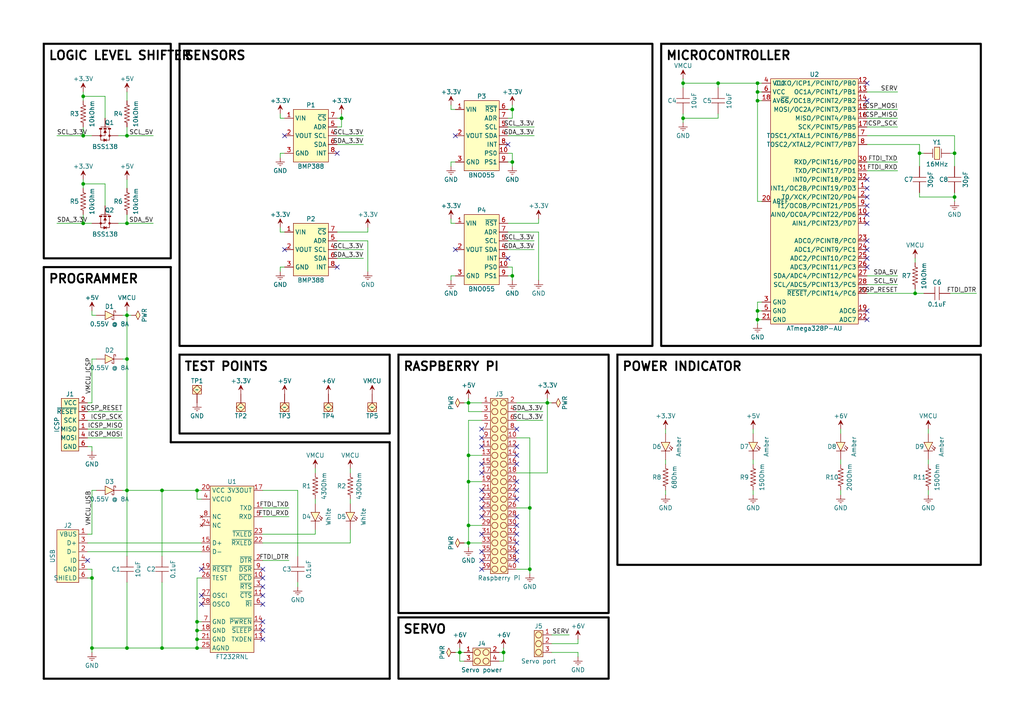
<source format=kicad_sch>
(kicad_sch (version 20230121) (generator eeschema)
  (paper "A4")
  (title_block (title "CARL Air Brake Peripheral Devices") (date "19.7.2025") (rev "1") (company "Space Team Aachen e.V."))
  (lib_symbols
    (symbol "Local_Capacitor:Cap" (pin_numbers hide) (pin_names hide)
      (property "Reference" "C" (at 0 3.81 0))
      (property "Value" "Cap" (at 0 -3.81 0))
      (symbol "Cap_1_1"
        (pin passive line (at -3.81 0 0) (length 3.175) (name "") (number "1"))
        (pin passive line (at 3.81 0 180) (length 3.175) (name "") (number "2"))
      )
    )
    (symbol "Local_Connector_ICSP:ICSP_6Pin_Target"
      (property "Reference" "J" (at 0 8.89 0))
      (property "Value" "ICSP_6Pin_Target" (at 0 -8.89 0))
      (symbol "ICSP_6Pin_Target_1_1"
        (pin input line (at 2.54 -1.27 180) (length 2.54) (name "MISO") (number "1"))
        (pin power_out line (at 2.54 6.35 180) (length 2.54) (name "VCC") (number "2"))
        (pin output line (at 2.54 1.27 180) (length 2.54) (name "SCK") (number "3"))
        (pin output line (at 2.54 -3.81 180) (length 2.54) (name "MOSI") (number "4"))
        (pin output line (at 2.54 3.81 180) (length 2.54) (name "~{RESET}") (number "5"))
        (pin power_in line (at 2.54 -6.35 180) (length 2.54) (name "GND") (number "6"))
      )
    )
    (symbol "Local_Connector_PinArray:PinArr_01x03"
      (property "Reference" "J" (at 0 5.08 0))
      (property "Value" "PinArr_01x03" (at 0 -5.08 0))
      (symbol "PinArr_01x03_1_1"
        (pin passive line (at 2.54 2.54 180) (length 2.54) (name "") (number "1"))
        (pin passive line (at 2.54 0 180) (length 2.54) (name "") (number "2"))
        (pin passive line (at 2.54 -2.54 180) (length 2.54) (name "") (number "3"))
      )
    )
    (symbol "Local_Connector_PinArray:PinArr_02x02"
      (property "Reference" "J" (at 0 3.81 0))
      (property "Value" "PinArr_02x02" (at 0 -3.81 0))
      (symbol "PinArr_02x02_1_1"
        (pin passive line (at -5.08 1.27 0) (length 2.54) (name "") (number "1"))
        (pin passive line (at 5.08 1.27 180) (length 2.54) (name "") (number "2"))
        (pin passive line (at -5.08 -1.27 0) (length 2.54) (name "") (number "3"))
        (pin passive line (at 5.08 -1.27 180) (length 2.54) (name "") (number "4"))
      )
    )
    (symbol "Local_Connector_PinArray:PinArr_02x20"
      (property "Reference" "J" (at 0 26.67 0))
      (property "Value" "PinArr_02x20" (at 0 -26.67 0))
      (symbol "PinArr_02x20_1_1"
        (pin passive line (at -5.08 24.13 0) (length 2.54) (name "") (number "1"))
        (pin passive line (at 5.08 13.97 180) (length 2.54) (name "") (number "10"))
        (pin passive line (at -5.08 11.43 0) (length 2.54) (name "") (number "11"))
        (pin passive line (at 5.08 11.43 180) (length 2.54) (name "") (number "12"))
        (pin passive line (at -5.08 8.89 0) (length 2.54) (name "") (number "13"))
        (pin passive line (at 5.08 8.89 180) (length 2.54) (name "") (number "14"))
        (pin passive line (at -5.08 6.35 0) (length 2.54) (name "") (number "15"))
        (pin passive line (at 5.08 6.35 180) (length 2.54) (name "") (number "16"))
        (pin passive line (at -5.08 3.81 0) (length 2.54) (name "") (number "17"))
        (pin passive line (at 5.08 3.81 180) (length 2.54) (name "") (number "18"))
        (pin passive line (at -5.08 1.27 0) (length 2.54) (name "") (number "19"))
        (pin passive line (at 5.08 24.13 180) (length 2.54) (name "") (number "2"))
        (pin passive line (at 5.08 1.27 180) (length 2.54) (name "") (number "20"))
        (pin passive line (at -5.08 -1.27 0) (length 2.54) (name "") (number "21"))
        (pin passive line (at 5.08 -1.27 180) (length 2.54) (name "") (number "22"))
        (pin passive line (at -5.08 -3.81 0) (length 2.54) (name "") (number "23"))
        (pin passive line (at 5.08 -3.81 180) (length 2.54) (name "") (number "24"))
        (pin passive line (at -5.08 -6.35 0) (length 2.54) (name "") (number "25"))
        (pin passive line (at 5.08 -6.35 180) (length 2.54) (name "") (number "26"))
        (pin passive line (at -5.08 -8.89 0) (length 2.54) (name "") (number "27"))
        (pin passive line (at 5.08 -8.89 180) (length 2.54) (name "") (number "28"))
        (pin passive line (at -5.08 -11.43 0) (length 2.54) (name "") (number "29"))
        (pin passive line (at -5.08 21.59 0) (length 2.54) (name "") (number "3"))
        (pin passive line (at 5.08 -11.43 180) (length 2.54) (name "") (number "30"))
        (pin passive line (at -5.08 -13.97 0) (length 2.54) (name "") (number "31"))
        (pin passive line (at 5.08 -13.97 180) (length 2.54) (name "") (number "32"))
        (pin passive line (at -5.08 -16.51 0) (length 2.54) (name "") (number "33"))
        (pin passive line (at 5.08 -16.51 180) (length 2.54) (name "") (number "34"))
        (pin passive line (at -5.08 -19.05 0) (length 2.54) (name "") (number "35"))
        (pin passive line (at 5.08 -19.05 180) (length 2.54) (name "") (number "36"))
        (pin passive line (at -5.08 -21.59 0) (length 2.54) (name "") (number "37"))
        (pin passive line (at 5.08 -21.59 180) (length 2.54) (name "") (number "38"))
        (pin passive line (at -5.08 -24.13 0) (length 2.54) (name "") (number "39"))
        (pin passive line (at 5.08 21.59 180) (length 2.54) (name "") (number "4"))
        (pin passive line (at 5.08 -24.13 180) (length 2.54) (name "") (number "40"))
        (pin passive line (at -5.08 19.05 0) (length 2.54) (name "") (number "5"))
        (pin passive line (at 5.08 19.05 180) (length 2.54) (name "") (number "6"))
        (pin passive line (at -5.08 16.51 0) (length 2.54) (name "") (number "7"))
        (pin passive line (at 5.08 16.51 180) (length 2.54) (name "") (number "8"))
        (pin passive line (at -5.08 13.97 0) (length 2.54) (name "") (number "9"))
      )
    )
    (symbol "Local_Connector_USB:USB_Micro_B_Dev"
      (property "Reference" "J" (at 0 8.89 0))
      (property "Value" "USB_Micro_B_Dev" (at 0 -8.89 0))
      (symbol "USB_Micro_B_Dev_1_1"
        (pin power_out line (at 2.54 6.35 180) (length 2.54) (name "VBUS") (number "1"))
        (pin bidirectional line (at 2.54 1.27 180) (length 2.54) (name "D-") (number "2"))
        (pin bidirectional line (at 2.54 3.81 180) (length 2.54) (name "D+") (number "3"))
        (pin passive line (at 2.54 -1.27 180) (length 2.54) (name "ID") (number "4"))
        (pin power_in line (at 2.54 -3.81 180) (length 2.54) (name "GND") (number "5"))
        (pin power_in line (at 2.54 -6.35 180) (length 2.54) (name "SHIELD") (number "6"))
      )
    )
    (symbol "Local_Crystal:Crystal" (pin_numbers hide) (pin_names hide)
      (property "Reference" "Y" (at 0 3.81 0))
      (property "Value" "Crystal" (at 0 -3.81 0))
      (symbol "Crystal_1_1"
        (pin passive line (at -3.81 0 0) (length 2.54) (name "") (number "1"))
        (pin passive line (at 3.81 0 180) (length 2.54) (name "") (number "2"))
      )
    )
    (symbol "Local_Diode:Diode_Schottky" (pin_numbers hide) (pin_names hide)
      (property "Reference" "D" (at 0 2.54 0))
      (property "Value" "Diode_Schottky" (at 0 -2.54 0))
      (symbol "Diode_Schottky_1_1"
        (pin passive line (at -3.81 0 0) (length 2.54) (name "A") (number "1"))
        (pin passive line (at 3.81 0 180) (length 2.54) (name "K") (number "2"))
      )
    )
    (symbol "Local_Interface_FTDI:FT232RNL"
      (property "Reference" "U" (at 0 25.4 0))
      (property "Value" "FT232RNL" (at 0 -25.4 0))
      (symbol "FT232RNL_1_1"
        (pin output line (at 8.89 17.78 180) (length 2.54) (name "TXD") (number "1"))
        (pin input line (at 8.89 -2.54 180) (length 2.54) (name "~{DCD}") (number "10"))
        (pin input line (at 8.89 -7.62 180) (length 2.54) (name "~{CTS}") (number "11"))
        (pin output line (at 8.89 -17.78 180) (length 2.54) (name "~{SLEEP}") (number "12"))
        (pin output line (at 8.89 -20.32 180) (length 2.54) (name "TXDEN") (number "13"))
        (pin output line (at 8.89 -15.24 180) (length 2.54) (name "~{PWREN}") (number "14"))
        (pin bidirectional line (at -8.89 7.62 0) (length 2.54) (name "D+") (number "15"))
        (pin bidirectional line (at -8.89 5.08 0) (length 2.54) (name "D-") (number "16"))
        (pin power_out line (at 8.89 22.86 180) (length 2.54) (name "3V3OUT") (number "17"))
        (pin power_in line (at -8.89 -17.78 0) (length 2.54) (name "GND") (number "18"))
        (pin input line (at -8.89 0 0) (length 2.54) (name "~{RESET}") (number "19"))
        (pin output line (at 8.89 2.54 180) (length 2.54) (name "~{DTR}") (number "2"))
        (pin power_in line (at -8.89 22.86 0) (length 2.54) (name "VCC") (number "20"))
        (pin power_in line (at -8.89 -20.32 0) (length 2.54) (name "GND") (number "21"))
        (pin output line (at 8.89 7.62 180) (length 2.54) (name "~{RXLED}") (number "22"))
        (pin output line (at 8.89 10.16 180) (length 2.54) (name "~{TXLED}") (number "23"))
        (pin no_connect line (at -8.89 12.7 0) (length 2.54) (name "NC") (number "24"))
        (pin power_in line (at -8.89 -22.86 0) (length 2.54) (name "AGND") (number "25"))
        (pin input line (at -8.89 -2.54 0) (length 2.54) (name "TEST") (number "26"))
        (pin input line (at -8.89 -7.62 0) (length 2.54) (name "OSCI") (number "27"))
        (pin output line (at -8.89 -10.16 0) (length 2.54) (name "OSCO") (number "28"))
        (pin output line (at 8.89 -5.08 180) (length 2.54) (name "~{RTS}") (number "3"))
        (pin power_in line (at -8.89 20.32 0) (length 2.54) (name "VCCIO") (number "4"))
        (pin input line (at 8.89 15.24 180) (length 2.54) (name "RXD") (number "5"))
        (pin input line (at 8.89 -10.16 180) (length 2.54) (name "~{RI}") (number "6"))
        (pin power_in line (at -8.89 -15.24 0) (length 2.54) (name "GND") (number "7"))
        (pin no_connect line (at -8.89 15.24 0) (length 2.54) (name "NC") (number "8"))
        (pin input line (at 8.89 0 180) (length 2.54) (name "~{DSR}") (number "9"))
      )
    )
    (symbol "Local_LED:LED" (pin_numbers hide) (pin_names hide)
      (property "Reference" "D" (at 0 3.81 0))
      (property "Value" "LED" (at 0 -3.81 0))
      (symbol "LED_1_1"
        (pin passive line (at -3.81 0 0) (length 2.54) (name "A") (number "1"))
        (pin passive line (at 3.81 0 180) (length 2.54) (name "K") (number "2"))
      )
    )
    (symbol "Local_MCU_Microchip:ATmega328P-AU"
      (property "Reference" "U" (at 0 36.83 0))
      (property "Value" "ATmega328P-AU" (at 0 -36.83 0))
      (symbol "ATmega328P-AU_1_1"
        (pin bidirectional line (at 15.24 3.81 180) (length 2.54) (name "INT1/OC2B/PCINT19/PD3") (number "1"))
        (pin bidirectional line (at 15.24 -3.81 180) (length 2.54) (name "AIN0/OC0A/PCINT22/PD6") (number "10"))
        (pin bidirectional line (at 15.24 -6.35 180) (length 2.54) (name "AIN1/PCINT23/PD7") (number "11"))
        (pin bidirectional line (at 15.24 34.29 180) (length 2.54) (name "CLKO/ICP1/PCINT0/PB0") (number "12"))
        (pin bidirectional line (at 15.24 31.75 180) (length 2.54) (name "OC1A/PCINT1/PB1") (number "13"))
        (pin bidirectional line (at 15.24 29.21 180) (length 2.54) (name "~{SS}/OC1B/PCINT2/PB2") (number "14"))
        (pin bidirectional line (at 15.24 26.67 180) (length 2.54) (name "MOSI/OC2A/PCINT3/PB3") (number "15"))
        (pin bidirectional line (at 15.24 24.13 180) (length 2.54) (name "MISO/PCINT4/PB4") (number "16"))
        (pin bidirectional line (at 15.24 21.59 180) (length 2.54) (name "SCK/PCINT5/PB5") (number "17"))
        (pin power_in line (at -15.24 29.21 0) (length 2.54) (name "AVCC") (number "18"))
        (pin input line (at 15.24 -31.75 180) (length 2.54) (name "ADC6") (number "19"))
        (pin bidirectional line (at 15.24 1.27 180) (length 2.54) (name "T0/XCK/PCINT20/PD4") (number "2"))
        (pin input line (at -15.24 0 0) (length 2.54) (name "AREF") (number "20"))
        (pin power_in line (at -15.24 -34.29 0) (length 2.54) (name "GND") (number "21"))
        (pin input line (at 15.24 -34.29 180) (length 2.54) (name "ADC7") (number "22"))
        (pin bidirectional line (at 15.24 -11.43 180) (length 2.54) (name "ADC0/PCINT8/PC0") (number "23"))
        (pin bidirectional line (at 15.24 -13.97 180) (length 2.54) (name "ADC1/PCINT9/PC1") (number "24"))
        (pin bidirectional line (at 15.24 -16.51 180) (length 2.54) (name "ADC2/PCINT10/PC2") (number "25"))
        (pin bidirectional line (at 15.24 -19.05 180) (length 2.54) (name "ADC3/PCINT11/PC3") (number "26"))
        (pin bidirectional line (at 15.24 -21.59 180) (length 2.54) (name "SDA/ADC4/PCINT12/PC4") (number "27"))
        (pin bidirectional line (at 15.24 -24.13 180) (length 2.54) (name "SCL/ADC5/PCINT13/PC5") (number "28"))
        (pin bidirectional line (at 15.24 -26.67 180) (length 2.54) (name "~{RESET}/PCINT14/PC6") (number "29"))
        (pin power_in line (at -15.24 -29.21 0) (length 2.54) (name "GND") (number "3"))
        (pin bidirectional line (at 15.24 11.43 180) (length 2.54) (name "RXD/PCINT16/PD0") (number "30"))
        (pin bidirectional line (at 15.24 8.89 180) (length 2.54) (name "TXD/PCINT17/PD1") (number "31"))
        (pin bidirectional line (at 15.24 6.35 180) (length 2.54) (name "INT0/PCINT18/PD2") (number "32"))
        (pin power_in line (at -15.24 34.29 0) (length 2.54) (name "VCC") (number "4"))
        (pin power_in line (at -15.24 -31.75 0) (length 2.54) (name "GND") (number "5"))
        (pin power_in line (at -15.24 31.75 0) (length 2.54) (name "VCC") (number "6"))
        (pin bidirectional line (at 15.24 19.05 180) (length 2.54) (name "TOSC1/XTAL1/PCINT6/PB6") (number "7"))
        (pin bidirectional line (at 15.24 16.51 180) (length 2.54) (name "TOSC2/XTAL2/PCINT7/PB7") (number "8"))
        (pin bidirectional line (at 15.24 -1.27 180) (length 2.54) (name "T1/OC0B/PCINT21/PD5") (number "9"))
      )
    )
    (symbol "Local_Power:+3.3V" (power) (in_bom no) (on_board no)
      (property "Value" "+3.3V" (at 0 3.81 0))
      (symbol "+3.3V_1_1"
        (pin power_in line (at 0 0 90) (length 0) hide (name "+3.3V") (number "1"))
      )
    )
    (symbol "Local_Power:+5V" (power) (in_bom no) (on_board no)
      (property "Value" "+5V" (at 0 3.81 0))
      (symbol "+5V_1_1"
        (pin power_in line (at 0 0 90) (length 0) hide (name "+5V") (number "1"))
      )
    )
    (symbol "Local_Power:+6V" (power) (in_bom no) (on_board no)
      (property "Value" "+6V" (at 0 3.81 0))
      (symbol "+6V_1_1"
        (pin power_in line (at 0 0 90) (length 0) hide (name "+6V") (number "1"))
      )
    )
    (symbol "Local_Power:GND" (power) (in_bom no) (on_board no)
      (property "Value" "GND" (at 0 -3.81 0))
      (symbol "GND_1_1"
        (pin power_in line (at 0 0 270) (length 0) hide (name "GND") (number "1"))
      )
    )
    (symbol "Local_Power:PWR" (power) (pin_numbers hide) (pin_names hide) (in_bom no) (on_board no)
      (property "Value" "PWR" (at 0 3.81 0))
      (symbol "PWR_1_1"
        (pin power_out line (at 0 0 90) (length 1.27) (name "PWR") (number "1"))
      )
    )
    (symbol "Local_Power:VMCU" (power) (in_bom no) (on_board no)
      (property "Value" "VMCU" (at 0 3.81 0))
      (symbol "VMCU_1_1"
        (pin power_in line (at 0 0 90) (length 0) hide (name "VMCU") (number "1"))
      )
    )
    (symbol "Local_Resistor:Res" (pin_numbers hide) (pin_names hide)
      (property "Reference" "R" (at 0 2.54 0))
      (property "Value" "Res" (at 0 -2.54 0))
      (symbol "Res_1_1"
        (pin passive line (at -3.81 0 0) (length 1.27) (name "") (number "1"))
        (pin passive line (at 3.81 0 180) (length 1.27) (name "") (number "2"))
      )
    )
    (symbol "Local_SensorMod_Adafruit:BMP388_I2C"
      (property "Reference" "P" (at 0 8.89 0))
      (property "Value" "BMP388_I2C" (at 0 -8.89 0))
      (symbol "BMP388_I2C_1_1"
        (pin power_in line (at -7.62 5.08 0) (length 2.54) (name "VIN") (number "1"))
        (pin power_out line (at -7.62 0 0) (length 2.54) (name "VOUT") (number "2"))
        (pin power_in line (at -7.62 -5.08 0) (length 2.54) (name "GND") (number "3"))
        (pin input line (at 7.62 0 180) (length 2.54) (name "SCL") (number "4"))
        (pin input line (at 7.62 2.54 180) (length 2.54) (name "ADR") (number "5"))
        (pin bidirectional line (at 7.62 -2.54 180) (length 2.54) (name "SDA") (number "6"))
        (pin input line (at 7.62 5.08 180) (length 2.54) (name "~{CS}") (number "7"))
        (pin output line (at 7.62 -5.08 180) (length 2.54) (name "INT") (number "8"))
      )
    )
    (symbol "Local_SensorMod_Adafruit:BNO055_I2C"
      (property "Reference" "P" (at 0 11.43 0))
      (property "Value" "BNO055_I2C" (at 0 -11.43 0))
      (symbol "BNO055_I2C_1_1"
        (pin power_in line (at -7.62 7.62 0) (length 2.54) (name "VIN") (number "1"))
        (pin input line (at 7.62 -5.08 180) (length 2.54) (name "PS0") (number "10"))
        (pin power_out line (at -7.62 0 0) (length 2.54) (name "VOUT") (number "2"))
        (pin power_in line (at -7.62 -7.62 0) (length 2.54) (name "GND") (number "3"))
        (pin bidirectional line (at 7.62 0 180) (length 2.54) (name "SDA") (number "4"))
        (pin input line (at 7.62 2.54 180) (length 2.54) (name "SCL") (number "5"))
        (pin input line (at 7.62 7.62 180) (length 2.54) (name "~{RST}") (number "6"))
        (pin input line (at 7.62 5.08 180) (length 2.54) (name "ADR") (number "7"))
        (pin output line (at 7.62 -2.54 180) (length 2.54) (name "INT") (number "8"))
        (pin input line (at 7.62 -7.62 180) (length 2.54) (name "PS1") (number "9"))
      )
    )
    (symbol "Local_TestPoint:TestPoint" (pin_numbers hide) (pin_names hide)
      (property "Reference" "TP" (at -2.54 3.81 0))
      (property "Value" "TestPoint" (at 0 6.35 0))
      (symbol "TestPoint_1_1"
        (pin passive line (at 0 0 90) (length 2.54) (name "") (number "1"))
      )
    )
    (symbol "Local_Transistor:BSS138" (pin_numbers hide) (pin_names hide)
      (property "Reference" "Q" (at -1.27 3.81 0))
      (property "Value" "BSS138" (at 0 -3.81 0))
      (symbol "BSS138_1_1"
        (pin passive line (at 0 5.08 270) (length 2.54) (name "G") (number "1"))
        (pin passive line (at -3.81 0 0) (length 2.54) (name "S") (number "2"))
        (pin passive line (at 3.81 0 180) (length 2.54) (name "D") (number "3"))
      )
    )
  )
  (junction (at 219.71 29.21))
  (junction (at 135.89 116.84))
  (junction (at 266.7 44.45))
  (junction (at 24.13 64.77))
  (junction (at 208.28 24.13))
  (junction (at 148.59 31.75))
  (junction (at 135.89 139.7))
  (junction (at 276.86 44.45))
  (junction (at 99.06 34.29))
  (junction (at 57.15 187.96))
  (junction (at 36.83 91.44))
  (junction (at 219.71 92.71))
  (junction (at 36.83 142.24))
  (junction (at 24.13 27.94))
  (junction (at 24.13 53.34))
  (junction (at 57.15 182.88))
  (junction (at 276.86 57.15))
  (junction (at 36.83 39.37))
  (junction (at 148.59 80.01))
  (junction (at 219.71 26.67))
  (junction (at 153.67 147.32))
  (junction (at 26.67 167.64))
  (junction (at 135.89 152.4))
  (junction (at 148.59 46.99))
  (junction (at 36.83 104.14))
  (junction (at 153.67 165.1))
  (junction (at 158.75 116.84))
  (junction (at 36.83 64.77))
  (junction (at 135.89 132.08))
  (junction (at 46.99 142.24))
  (junction (at 219.71 24.13))
  (junction (at 198.12 24.13))
  (junction (at 219.71 90.17))
  (junction (at 36.83 187.96))
  (junction (at 57.15 185.42))
  (junction (at 57.15 142.24))
  (junction (at 46.99 187.96))
  (junction (at 26.67 187.96))
  (junction (at 135.89 157.48))
  (junction (at 265.43 85.09))
  (junction (at 133.35 189.23))
  (junction (at 57.15 180.34))
  (junction (at 198.12 34.29))
  (junction (at 24.13 39.37))
  (junction (at 146.05 189.23))
  (no_connect (at 76.2 170.18))
  (no_connect (at 147.32 74.93))
  (no_connect (at 251.46 59.69))
  (no_connect (at 149.86 162.56))
  (no_connect (at 149.86 124.46))
  (no_connect (at 139.7 144.78))
  (no_connect (at 139.7 162.56))
  (no_connect (at 76.2 180.34))
  (no_connect (at 251.46 74.93))
  (no_connect (at 76.2 172.72))
  (no_connect (at 251.46 24.13))
  (no_connect (at 149.86 152.4))
  (no_connect (at 82.55 72.39))
  (no_connect (at 139.7 129.54))
  (no_connect (at 25.4 162.56))
  (no_connect (at 82.55 39.37))
  (no_connect (at 251.46 62.23))
  (no_connect (at 58.42 172.72))
  (no_connect (at 139.7 147.32))
  (no_connect (at 251.46 92.71))
  (no_connect (at 97.79 77.47))
  (no_connect (at 58.42 175.26))
  (no_connect (at 149.86 134.62))
  (no_connect (at 149.86 132.08))
  (no_connect (at 139.7 137.16))
  (no_connect (at 139.7 154.94))
  (no_connect (at 149.86 144.78))
  (no_connect (at 139.7 127))
  (no_connect (at 149.86 129.54))
  (no_connect (at 149.86 154.94))
  (no_connect (at 139.7 124.46))
  (no_connect (at 58.42 165.1))
  (no_connect (at 251.46 90.17))
  (no_connect (at 147.32 41.91))
  (no_connect (at 76.2 167.64))
  (no_connect (at 251.46 77.47))
  (no_connect (at 149.86 157.48))
  (no_connect (at 251.46 54.61))
  (no_connect (at 132.08 72.39))
  (no_connect (at 251.46 69.85))
  (no_connect (at 76.2 182.88))
  (no_connect (at 97.79 44.45))
  (no_connect (at 139.7 142.24))
  (no_connect (at 139.7 165.1))
  (no_connect (at 149.86 149.86))
  (no_connect (at 251.46 72.39))
  (no_connect (at 139.7 134.62))
  (no_connect (at 251.46 29.21))
  (no_connect (at 76.2 165.1))
  (no_connect (at 76.2 175.26))
  (no_connect (at 149.86 160.02))
  (no_connect (at 149.86 139.7))
  (no_connect (at 251.46 52.07))
  (no_connect (at 251.46 57.15))
  (no_connect (at 132.08 39.37))
  (no_connect (at 139.7 149.86))
  (no_connect (at 251.46 64.77))
  (no_connect (at 139.7 160.02))
  (no_connect (at 76.2 185.42))
  (no_connect (at 149.86 142.24))
  (wire (pts (xy 36.83 142.24) (xy 46.99 142.24)))
  (wire (pts (xy 26.67 154.94) (xy 25.4 154.94)))
  (wire (pts (xy 26.67 91.44) (xy 27.94 91.44)))
  (wire (pts (xy 198.12 33.02) (xy 198.12 34.29)))
  (wire (pts (xy 160.02 189.23) (xy 167.64 189.23)))
  (wire (pts (xy 149.86 137.16) (xy 158.75 137.16)))
  (wire (pts (xy 30.48 53.34) (xy 24.13 53.34)))
  (wire (pts (xy 35.56 91.44) (xy 36.83 91.44)))
  (wire (pts (xy 26.67 104.14) (xy 26.67 116.84)))
  (wire (pts (xy 135.89 152.4) (xy 139.7 152.4)))
  (wire (pts (xy 26.67 142.24) (xy 26.67 154.94)))
  (wire (pts (xy 147.32 77.47) (xy 148.59 77.47)))
  (wire (pts (xy 276.86 57.15) (xy 276.86 55.88)))
  (polyline (pts (xy 12.7 77.47) (xy 49.53 77.47)) (stroke (width 0.6) (type solid) (color 0 0 0 1)))
  (wire (pts (xy 219.71 26.67) (xy 220.98 26.67)))
  (wire (pts (xy 91.44 135.89) (xy 91.44 137.16)))
  (wire (pts (xy 36.83 64.77) (xy 36.83 62.23)))
  (wire (pts (xy 198.12 24.13) (xy 198.12 25.4)))
  (wire (pts (xy 146.05 191.77) (xy 146.05 189.23)))
  (wire (pts (xy 82.55 44.45) (xy 81.28 44.45)))
  (wire (pts (xy 25.4 160.02) (xy 58.42 160.02)))
  (wire (pts (xy 265.43 83.82) (xy 265.43 85.09)))
  (wire (pts (xy 36.83 90.17) (xy 36.83 91.44)))
  (wire (pts (xy 36.83 26.67) (xy 36.83 29.21)))
  (wire (pts (xy 24.13 39.37) (xy 26.67 39.37)))
  (wire (pts (xy 86.36 168.91) (xy 86.36 170.18)))
  (wire (pts (xy 130.81 31.75) (xy 132.08 31.75)))
  (wire (pts (xy 25.4 167.64) (xy 26.67 167.64)))
  (wire (pts (xy 243.84 133.35) (xy 243.84 134.62)))
  (wire (pts (xy 148.59 44.45) (xy 148.59 46.99)))
  (wire (pts (xy 251.46 34.29) (xy 260.35 34.29)))
  (wire (pts (xy 130.81 46.99) (xy 130.81 48.26)))
  (wire (pts (xy 76.2 154.94) (xy 91.44 154.94)))
  (wire (pts (xy 57.15 180.34) (xy 57.15 182.88)))
  (wire (pts (xy 147.32 67.31) (xy 156.21 67.31)))
  (polyline (pts (xy 113.03 128.27) (xy 113.03 196.85)) (stroke (width 0.6) (type solid) (color 0 0 0 1)))
  (wire (pts (xy 158.75 137.16) (xy 158.75 116.84)))
  (wire (pts (xy 276.86 39.37) (xy 276.86 44.45)))
  (wire (pts (xy 26.67 187.96) (xy 36.83 187.96)))
  (wire (pts (xy 36.83 91.44) (xy 36.83 104.14)))
  (wire (pts (xy 16.51 64.77) (xy 24.13 64.77)))
  (wire (pts (xy 132.08 80.01) (xy 130.81 80.01)))
  (wire (pts (xy 46.99 187.96) (xy 46.99 168.91)))
  (wire (pts (xy 133.35 187.96) (xy 133.35 189.23)))
  (wire (pts (xy 208.28 24.13) (xy 219.71 24.13)))
  (wire (pts (xy 208.28 34.29) (xy 208.28 33.02)))
  (wire (pts (xy 219.71 24.13) (xy 219.71 26.67)))
  (wire (pts (xy 243.84 142.24) (xy 243.84 143.51)))
  (wire (pts (xy 135.89 139.7) (xy 135.89 152.4)))
  (wire (pts (xy 57.15 167.64) (xy 57.15 180.34)))
  (wire (pts (xy 135.89 116.84) (xy 135.89 119.38)))
  (wire (pts (xy 99.06 34.29) (xy 97.79 34.29)))
  (wire (pts (xy 265.43 85.09) (xy 267.97 85.09)))
  (wire (pts (xy 26.67 116.84) (xy 25.4 116.84)))
  (wire (pts (xy 135.89 132.08) (xy 135.89 139.7)))
  (wire (pts (xy 153.67 147.32) (xy 149.86 147.32)))
  (wire (pts (xy 76.2 157.48) (xy 101.6 157.48)))
  (wire (pts (xy 76.2 147.32) (xy 83.82 147.32)))
  (wire (pts (xy 99.06 36.83) (xy 99.06 34.29)))
  (wire (pts (xy 132.08 46.99) (xy 130.81 46.99)))
  (wire (pts (xy 36.83 187.96) (xy 46.99 187.96)))
  (wire (pts (xy 219.71 24.13) (xy 220.98 24.13)))
  (wire (pts (xy 106.68 67.31) (xy 97.79 67.31)))
  (wire (pts (xy 193.04 124.46) (xy 193.04 125.73)))
  (wire (pts (xy 218.44 133.35) (xy 218.44 134.62)))
  (wire (pts (xy 133.35 191.77) (xy 133.35 189.23)))
  (wire (pts (xy 276.86 44.45) (xy 276.86 48.26)))
  (wire (pts (xy 101.6 157.48) (xy 101.6 153.67)))
  (wire (pts (xy 81.28 44.45) (xy 81.28 45.72)))
  (wire (pts (xy 57.15 185.42) (xy 58.42 185.42)))
  (wire (pts (xy 134.62 116.84) (xy 135.89 116.84)))
  (wire (pts (xy 219.71 29.21) (xy 220.98 29.21)))
  (wire (pts (xy 130.81 30.48) (xy 130.81 31.75)))
  (wire (pts (xy 148.59 46.99) (xy 148.59 48.26)))
  (wire (pts (xy 97.79 39.37) (xy 105.41 39.37)))
  (wire (pts (xy 16.51 39.37) (xy 24.13 39.37)))
  (wire (pts (xy 144.78 191.77) (xy 146.05 191.77)))
  (wire (pts (xy 24.13 27.94) (xy 24.13 29.21)))
  (wire (pts (xy 149.86 116.84) (xy 158.75 116.84)))
  (wire (pts (xy 160.02 184.15) (xy 165.1 184.15)))
  (wire (pts (xy 148.59 80.01) (xy 148.59 81.28)))
  (wire (pts (xy 106.68 69.85) (xy 106.68 78.74)))
  (wire (pts (xy 156.21 64.77) (xy 147.32 64.77)))
  (wire (pts (xy 193.04 142.24) (xy 193.04 143.51)))
  (wire (pts (xy 30.48 27.94) (xy 24.13 27.94)))
  (wire (pts (xy 147.32 69.85) (xy 154.94 69.85)))
  (wire (pts (xy 25.4 124.46) (xy 35.56 124.46)))
  (wire (pts (xy 218.44 142.24) (xy 218.44 143.51)))
  (wire (pts (xy 251.46 46.99) (xy 260.35 46.99)))
  (wire (pts (xy 144.78 189.23) (xy 146.05 189.23)))
  (wire (pts (xy 158.75 115.57) (xy 158.75 116.84)))
  (wire (pts (xy 135.89 157.48) (xy 135.89 158.75)))
  (wire (pts (xy 265.43 74.93) (xy 265.43 76.2)))
  (wire (pts (xy 220.98 87.63) (xy 219.71 87.63)))
  (wire (pts (xy 135.89 121.92) (xy 135.89 132.08)))
  (wire (pts (xy 57.15 182.88) (xy 57.15 185.42)))
  (wire (pts (xy 97.79 74.93) (xy 105.41 74.93)))
  (wire (pts (xy 146.05 189.23) (xy 146.05 187.96)))
  (wire (pts (xy 76.2 142.24) (xy 86.36 142.24)))
  (wire (pts (xy 251.46 80.01) (xy 260.35 80.01)))
  (wire (pts (xy 198.12 24.13) (xy 208.28 24.13)))
  (wire (pts (xy 97.79 41.91) (xy 105.41 41.91)))
  (wire (pts (xy 219.71 29.21) (xy 219.71 58.42)))
  (wire (pts (xy 276.86 57.15) (xy 276.86 58.42)))
  (wire (pts (xy 269.24 124.46) (xy 269.24 125.73)))
  (wire (pts (xy 36.83 64.77) (xy 44.45 64.77)))
  (wire (pts (xy 135.89 157.48) (xy 139.7 157.48)))
  (wire (pts (xy 251.46 26.67) (xy 260.35 26.67)))
  (wire (pts (xy 46.99 187.96) (xy 57.15 187.96)))
  (wire (pts (xy 148.59 30.48) (xy 148.59 31.75)))
  (wire (pts (xy 147.32 44.45) (xy 148.59 44.45)))
  (wire (pts (xy 25.4 127) (xy 35.56 127)))
  (wire (pts (xy 46.99 142.24) (xy 57.15 142.24)))
  (wire (pts (xy 193.04 133.35) (xy 193.04 134.62)))
  (wire (pts (xy 148.59 77.47) (xy 148.59 80.01)))
  (wire (pts (xy 81.28 77.47) (xy 81.28 78.74)))
  (polyline (pts (xy 49.53 128.27) (xy 113.03 128.27)) (stroke (width 0.6) (type solid) (color 0 0 0 1)))
  (wire (pts (xy 148.59 34.29) (xy 148.59 31.75)))
  (wire (pts (xy 198.12 34.29) (xy 208.28 34.29)))
  (wire (pts (xy 139.7 116.84) (xy 135.89 116.84)))
  (wire (pts (xy 25.4 157.48) (xy 58.42 157.48)))
  (wire (pts (xy 34.29 64.77) (xy 36.83 64.77)))
  (wire (pts (xy 149.86 127) (xy 153.67 127)))
  (wire (pts (xy 266.7 44.45) (xy 267.97 44.45)))
  (wire (pts (xy 153.67 127) (xy 153.67 147.32)))
  (wire (pts (xy 26.67 129.54) (xy 26.67 130.81)))
  (wire (pts (xy 106.68 66.04) (xy 106.68 67.31)))
  (wire (pts (xy 35.56 104.14) (xy 36.83 104.14)))
  (wire (pts (xy 153.67 165.1) (xy 149.86 165.1)))
  (wire (pts (xy 133.35 189.23) (xy 134.62 189.23)))
  (wire (pts (xy 76.2 162.56) (xy 83.82 162.56)))
  (wire (pts (xy 57.15 187.96) (xy 58.42 187.96)))
  (wire (pts (xy 149.86 121.92) (xy 157.48 121.92)))
  (wire (pts (xy 219.71 58.42) (xy 220.98 58.42)))
  (wire (pts (xy 24.13 26.67) (xy 24.13 27.94)))
  (wire (pts (xy 36.83 39.37) (xy 44.45 39.37)))
  (wire (pts (xy 251.46 49.53) (xy 260.35 49.53)))
  (wire (pts (xy 36.83 168.91) (xy 36.83 187.96)))
  (wire (pts (xy 101.6 135.89) (xy 101.6 137.16)))
  (wire (pts (xy 219.71 90.17) (xy 220.98 90.17)))
  (wire (pts (xy 266.7 57.15) (xy 276.86 57.15)))
  (wire (pts (xy 81.28 34.29) (xy 82.55 34.29)))
  (polyline (pts (xy 113.03 196.85) (xy 12.7 196.85)) (stroke (width 0.6) (type solid) (color 0 0 0 1)))
  (wire (pts (xy 26.67 187.96) (xy 26.67 189.23)))
  (wire (pts (xy 36.83 142.24) (xy 36.83 161.29)))
  (wire (pts (xy 160.02 186.69) (xy 167.64 186.69)))
  (wire (pts (xy 57.15 142.24) (xy 57.15 144.78)))
  (wire (pts (xy 208.28 24.13) (xy 208.28 25.4)))
  (wire (pts (xy 219.71 92.71) (xy 219.71 93.98)))
  (wire (pts (xy 147.32 39.37) (xy 154.94 39.37)))
  (wire (pts (xy 135.89 132.08) (xy 139.7 132.08)))
  (wire (pts (xy 30.48 34.29) (xy 30.48 27.94)))
  (wire (pts (xy 27.94 104.14) (xy 26.67 104.14)))
  (wire (pts (xy 26.67 90.17) (xy 26.67 91.44)))
  (wire (pts (xy 167.64 186.69) (xy 167.64 185.42)))
  (wire (pts (xy 101.6 144.78) (xy 101.6 146.05)))
  (wire (pts (xy 139.7 121.92) (xy 135.89 121.92)))
  (wire (pts (xy 148.59 80.01) (xy 147.32 80.01)))
  (polyline (pts (xy 12.7 77.47) (xy 12.7 196.85)) (stroke (width 0.6) (type solid) (color 0 0 0 1)))
  (wire (pts (xy 24.13 53.34) (xy 24.13 54.61)))
  (wire (pts (xy 27.94 142.24) (xy 26.67 142.24)))
  (wire (pts (xy 132.08 189.23) (xy 133.35 189.23)))
  (wire (pts (xy 57.15 185.42) (xy 57.15 187.96)))
  (wire (pts (xy 148.59 46.99) (xy 147.32 46.99)))
  (wire (pts (xy 251.46 39.37) (xy 276.86 39.37)))
  (wire (pts (xy 24.13 62.23) (xy 24.13 64.77)))
  (wire (pts (xy 219.71 90.17) (xy 219.71 92.71)))
  (wire (pts (xy 275.59 85.09) (xy 283.21 85.09)))
  (wire (pts (xy 82.55 77.47) (xy 81.28 77.47)))
  (wire (pts (xy 25.4 129.54) (xy 26.67 129.54)))
  (wire (pts (xy 251.46 85.09) (xy 265.43 85.09)))
  (wire (pts (xy 149.86 119.38) (xy 157.48 119.38)))
  (wire (pts (xy 130.81 80.01) (xy 130.81 81.28)))
  (wire (pts (xy 36.83 104.14) (xy 36.83 142.24)))
  (wire (pts (xy 147.32 34.29) (xy 148.59 34.29)))
  (wire (pts (xy 219.71 87.63) (xy 219.71 90.17)))
  (wire (pts (xy 269.24 142.24) (xy 269.24 143.51)))
  (wire (pts (xy 198.12 22.86) (xy 198.12 24.13)))
  (wire (pts (xy 36.83 52.07) (xy 36.83 54.61)))
  (wire (pts (xy 97.79 69.85) (xy 106.68 69.85)))
  (wire (pts (xy 24.13 64.77) (xy 26.67 64.77)))
  (wire (pts (xy 97.79 36.83) (xy 99.06 36.83)))
  (wire (pts (xy 36.83 39.37) (xy 36.83 36.83)))
  (wire (pts (xy 26.67 165.1) (xy 26.67 167.64)))
  (wire (pts (xy 243.84 124.46) (xy 243.84 125.73)))
  (wire (pts (xy 99.06 33.02) (xy 99.06 34.29)))
  (wire (pts (xy 153.67 147.32) (xy 153.67 165.1)))
  (wire (pts (xy 57.15 144.78) (xy 58.42 144.78)))
  (wire (pts (xy 26.67 167.64) (xy 26.67 187.96)))
  (polyline (pts (xy 49.53 77.47) (xy 49.53 128.27)) (stroke (width 0.6) (type solid) (color 0 0 0 1)))
  (wire (pts (xy 35.56 142.24) (xy 36.83 142.24)))
  (wire (pts (xy 266.7 44.45) (xy 266.7 48.26)))
  (wire (pts (xy 167.64 189.23) (xy 167.64 190.5)))
  (wire (pts (xy 135.89 119.38) (xy 139.7 119.38)))
  (wire (pts (xy 24.13 36.83) (xy 24.13 39.37)))
  (wire (pts (xy 130.81 64.77) (xy 132.08 64.77)))
  (wire (pts (xy 81.28 66.04) (xy 81.28 67.31)))
  (wire (pts (xy 134.62 157.48) (xy 135.89 157.48)))
  (wire (pts (xy 156.21 63.5) (xy 156.21 64.77)))
  (wire (pts (xy 34.29 39.37) (xy 36.83 39.37)))
  (wire (pts (xy 57.15 180.34) (xy 58.42 180.34)))
  (wire (pts (xy 57.15 142.24) (xy 58.42 142.24)))
  (wire (pts (xy 97.79 72.39) (xy 105.41 72.39)))
  (wire (pts (xy 147.32 36.83) (xy 154.94 36.83)))
  (wire (pts (xy 24.13 52.07) (xy 24.13 53.34)))
  (wire (pts (xy 86.36 142.24) (xy 86.36 161.29)))
  (wire (pts (xy 57.15 182.88) (xy 58.42 182.88)))
  (wire (pts (xy 266.7 41.91) (xy 266.7 44.45)))
  (wire (pts (xy 76.2 149.86) (xy 83.82 149.86)))
  (wire (pts (xy 134.62 191.77) (xy 133.35 191.77)))
  (wire (pts (xy 269.24 133.35) (xy 269.24 134.62)))
  (wire (pts (xy 198.12 34.29) (xy 198.12 35.56)))
  (wire (pts (xy 251.46 36.83) (xy 260.35 36.83)))
  (wire (pts (xy 276.86 44.45) (xy 275.59 44.45)))
  (wire (pts (xy 81.28 33.02) (xy 81.28 34.29)))
  (wire (pts (xy 219.71 26.67) (xy 219.71 29.21)))
  (wire (pts (xy 57.15 167.64) (xy 58.42 167.64)))
  (wire (pts (xy 30.48 59.69) (xy 30.48 53.34)))
  (wire (pts (xy 266.7 55.88) (xy 266.7 57.15)))
  (wire (pts (xy 148.59 31.75) (xy 147.32 31.75)))
  (wire (pts (xy 219.71 92.71) (xy 220.98 92.71)))
  (wire (pts (xy 91.44 154.94) (xy 91.44 153.67)))
  (wire (pts (xy 135.89 152.4) (xy 135.89 157.48)))
  (wire (pts (xy 218.44 124.46) (xy 218.44 125.73)))
  (wire (pts (xy 156.21 67.31) (xy 156.21 81.28)))
  (wire (pts (xy 158.75 116.84) (xy 160.02 116.84)))
  (wire (pts (xy 25.4 165.1) (xy 26.67 165.1)))
  (wire (pts (xy 251.46 82.55) (xy 260.35 82.55)))
  (wire (pts (xy 147.32 72.39) (xy 154.94 72.39)))
  (wire (pts (xy 36.83 91.44) (xy 38.1 91.44)))
  (wire (pts (xy 135.89 139.7) (xy 139.7 139.7)))
  (wire (pts (xy 91.44 144.78) (xy 91.44 146.05)))
  (wire (pts (xy 153.67 165.1) (xy 153.67 166.37)))
  (wire (pts (xy 46.99 142.24) (xy 46.99 161.29)))
  (wire (pts (xy 25.4 119.38) (xy 35.56 119.38)))
  (wire (pts (xy 135.89 115.57) (xy 135.89 116.84)))
  (wire (pts (xy 81.28 67.31) (xy 82.55 67.31)))
  (wire (pts (xy 25.4 121.92) (xy 35.56 121.92)))
  (wire (pts (xy 251.46 31.75) (xy 260.35 31.75)))
  (wire (pts (xy 251.46 41.91) (xy 266.7 41.91)))
  (wire (pts (xy 130.81 63.5) (xy 130.81 64.77)))
  (rectangle (start 115.57 179.07) (end 176.53 196.85) (stroke (width 0.6) (color 0 0 0 1)))
  (rectangle (start 191.77 12.7) (end 284.48 100.33) (stroke (width 0.6) (color 0 0 0 1)))
  (rectangle (start 12.7 12.7) (end 49.53 74.93) (stroke (width 0.6) (color 0 0 0 1)))
  (rectangle (start 115.57 102.87) (end 176.53 177.8) (stroke (width 0.6) (color 0 0 0 1)))
  (rectangle (start 52.07 102.87) (end 113.03 125.73) (stroke (width 0.6) (color 0 0 0 1)))
  (rectangle (start 179.07 102.87) (end 284.48 163.83) (stroke (width 0.6) (color 0 0 0 1)))
  (rectangle (start 52.07 12.7) (end 189.23 100.33) (stroke (width 0.6) (color 0 0 0 1)))
  (text "MICROCONTROLLER" (at 193.04 17.78 0) (effects (font (size 2.54 2.54) (thickness 0.508) bold) (justify left bottom)))
  (text "RASPBERRY PI" (at 116.84 107.95 0) (effects (font (size 2.54 2.54) (thickness 0.508) bold) (justify left bottom)))
  (text "LOGIC LEVEL SHIFTER" (at 13.97 17.78 0) (effects (font (size 2.54 2.54) (thickness 0.508) bold) (justify left bottom)))
  (text "SENSORS" (at 53.34 17.78 0) (effects (font (size 2.54 2.54) (thickness 0.508) bold) (justify left bottom)))
  (text "POWER INDICATOR" (at 180.34 107.95 0) (effects (font (size 2.54 2.54) (thickness 0.508) bold) (justify left bottom)))
  (text "TEST POINTS" (at 53.34 107.95 0) (effects (font (size 2.54 2.54) (thickness 0.508) bold) (justify left bottom)))
  (text "SERVO" (at 116.84 184.15 0) (effects (font (size 2.54 2.54) (thickness 0.508) bold) (justify left bottom)))
  (text "PROGRAMMER" (at 13.97 82.55 0) (effects (font (size 2.54 2.54) (thickness 0.508) bold) (justify left bottom)))
  (label "SCL_5V" (at 260.35 82.55 180))
  (label "FTDI_DTR" (at 283.21 85.09 180))
  (label "SCL_3.3V" (at 105.41 39.37 180))
  (label "SDA_3.3V" (at 105.41 41.91 180))
  (label "ICSP_RESET" (at 35.56 119.38 180))
  (label "FTDI_RXD" (at 83.82 149.86 180))
  (label "SDA_3.3V" (at 157.48 119.38 180))
  (label "ICSP_RESET" (at 260.35 85.09 180))
  (label "SDA_3.3V" (at 16.51 64.77 0))
  (label "SCL_3.3V" (at 105.41 72.39 180))
  (label "SDA_3.3V" (at 154.94 39.37 180))
  (label "SDA_3.3V" (at 154.94 72.39 180))
  (label "ICSP_MOSI" (at 260.35 31.75 180))
  (label "ICSP_SCK" (at 260.35 36.83 180))
  (label "FTDI_TXD" (at 260.35 46.99 180))
  (label "VMCU_ICSP" (at 26.67 114.3 90))
  (label "ICSP_MISO" (at 35.56 124.46 180))
  (label "SERV" (at 260.35 26.67 180))
  (label "ICSP_MOSI" (at 35.56 127 180))
  (label "SDA_5V" (at 260.35 80.01 180))
  (label "SCL_3.3V" (at 154.94 69.85 180))
  (label "SCL_3.3V" (at 16.51 39.37 0))
  (label "VMCU_USB" (at 26.67 152.4 90))
  (label "FTDI_RXD" (at 260.35 49.53 180))
  (label "SCL_3.3V" (at 157.48 121.92 180))
  (label "SCL_5V" (at 44.45 39.37 180))
  (label "ICSP_MISO" (at 260.35 34.29 180))
  (label "FTDI_TXD" (at 83.82 147.32 180))
  (label "SCL_3.3V" (at 154.94 36.83 180))
  (label "ICSP_SCK" (at 35.56 121.92 180))
  (label "SDA_5V" (at 44.45 64.77 180))
  (label "SDA_3.3V" (at 105.41 74.93 180))
  (label "SERV" (at 165.1 184.15 180))
  (label "FTDI_DTR" (at 83.82 162.56 180))
  (symbol (lib_id "Local_LED:LED") (at 243.84 129.54 270) (unit 1)
    (property "Reference" "D8" (at 241.3 129.54 90))
    (property "Value" "Amber" (at 247.65 129.54 0))
  )
  (symbol (lib_id "Local_Power:VMCU") (at 265.43 74.93 0) (unit 1) (in_bom no) (on_board no)
    (property "Reference" "#PWR034" (effects hide))
    (property "Value" "VMCU" (at 265.43 71.12 0))
  )
  (symbol (lib_id "Local_Power:+6V") (at 146.05 187.96 0) (unit 1) (in_bom no) (on_board no)
    (property "Reference" "#PWR017" (effects hide))
    (property "Value" "+6V" (at 146.05 184.15 0))
  )
  (symbol (lib_id "Local_Power:GND") (at 193.04 143.51 0) (unit 1) (in_bom no) (on_board no)
    (property "Reference" "#PWR039" (effects hide))
    (property "Value" "GND" (at 193.04 147.32 0))
  )
  (symbol (lib_id "Local_Power:+5V") (at 36.83 52.07 0) (unit 1) (in_bom no) (on_board no)
    (property "Reference" "#PWR029" (effects hide))
    (property "Value" "+5V" (at 36.83 48.26 0))
  )
  (symbol (lib_id "Local_Power:+3.3V") (at 24.13 26.67 0) (unit 1) (in_bom no) (on_board no)
    (property "Reference" "#PWR026" (effects hide))
    (property "Value" "+3.3V" (at 24.13 22.86 0))
  )
  (symbol (lib_id "Local_Connector_PinArray:PinArr_02x02") (at 139.7 190.5 0) (unit 1)
    (property "Reference" "J4" (at 139.7 186.69 0))
    (property "Value" "Servo power" (at 139.7 194.31 0))
  )
  (symbol (lib_id "Local_Diode:Diode_Schottky") (at 31.75 142.24 0) (unit 1)
    (property "Reference" "D3" (at 31.75 139.7 0))
    (property "Value" "0.55V @ 8A" (at 31.75 144.78 0))
  )
  (symbol (lib_id "Local_Capacitor:Cap") (at 276.86 52.07 90) (unit 1)
    (property "Reference" "C8" (at 273.685 52.07 90))
    (property "Value" "30pF" (at 280.035 52.07 0))
  )
  (symbol (lib_id "Local_Power:VMCU") (at 198.12 22.86 0) (unit 1) (in_bom no) (on_board no)
    (property "Reference" "#PWR031" (effects hide))
    (property "Value" "VMCU" (at 198.12 19.05 0))
  )
  (symbol (lib_id "Local_Resistor:Res") (at 24.13 33.02 90) (unit 1)
    (property "Reference" "R3" (at 21.59 33.02 90))
    (property "Value" "10kOhm" (at 26.67 33.02 0))
  )
  (symbol (lib_id "Local_LED:LED") (at 269.24 129.54 270) (unit 1)
    (property "Reference" "D9" (at 266.7 129.54 90))
    (property "Value" "Amber" (at 273.05 129.54 0))
  )
  (symbol (lib_id "Local_Power:GND") (at 81.28 45.72 0) (unit 1) (in_bom no) (on_board no)
    (property "Reference" "#PWR044" (effects hide))
    (property "Value" "GND" (at 81.28 49.53 0))
  )
  (symbol (lib_id "Local_Power:+3.3V") (at 81.28 33.02 0) (unit 1) (in_bom no) (on_board no)
    (property "Reference" "#PWR043" (effects hide))
    (property "Value" "+3.3V" (at 81.28 29.21 0))
  )
  (symbol (lib_id "Local_Connector_PinArray:PinArr_01x03") (at 157.48 186.69 0) (unit 1)
    (property "Reference" "J5" (at 156.21 181.61 0))
    (property "Value" "Servo port" (at 156.21 191.77 0))
  )
  (symbol (lib_id "Local_Capacitor:Cap") (at 46.99 165.1 90) (unit 1)
    (property "Reference" "C2" (at 43.815 165.1 90))
    (property "Value" "0.1uF" (at 50.165 165.1 0))
  )
  (symbol (lib_id "Local_SensorMod_Adafruit:BMP388_I2C") (at 90.17 39.37 0) (unit 1)
    (property "Reference" "P1" (at 90.17 30.48 0))
    (property "Value" "BMP388" (at 90.17 48.26 0))
  )
  (symbol (lib_id "Local_Power:GND") (at 219.71 93.98 0) (unit 1) (in_bom no) (on_board no)
    (property "Reference" "#PWR032" (effects hide))
    (property "Value" "GND" (at 219.71 97.79 0))
  )
  (symbol (lib_id "Local_Resistor:Res") (at 269.24 138.43 90) (unit 1)
    (property "Reference" "R11" (at 266.7 138.43 90))
    (property "Value" "150Ohm" (at 271.78 138.43 0))
  )
  (symbol (lib_id "Local_TestPoint:TestPoint") (at 107.95 114.3 180) (unit 1)
    (property "Reference" "TP5" (at 107.95 120.65 0))
    (property "Value" "~" (at 107.95 118.11 0))
  )
  (symbol (lib_id "Local_Power:VMCU") (at 36.83 90.17 0) (unit 1) (in_bom no) (on_board no)
    (property "Reference" "#PWR02" (effects hide))
    (property "Value" "VMCU" (at 36.83 86.36 0))
  )
  (symbol (lib_id "Local_Power:GND") (at 57.15 116.84 0) (unit 1) (in_bom no) (on_board no)
    (property "Reference" "#PWR021" (effects hide))
    (property "Value" "GND" (at 57.15 120.65 0))
  )
  (symbol (lib_id "Local_Power:GND") (at 243.84 143.51 0) (unit 1) (in_bom no) (on_board no)
    (property "Reference" "#PWR041" (effects hide))
    (property "Value" "GND" (at 243.84 147.32 0))
  )
  (symbol (lib_id "Local_Power:GND") (at 156.21 81.28 0) (unit 1) (in_bom no) (on_board no)
    (property "Reference" "#PWR058" (effects hide))
    (property "Value" "GND" (at 156.21 85.09 0))
  )
  (symbol (lib_id "Local_Power:+5V") (at 82.55 114.3 0) (unit 1) (in_bom no) (on_board no)
    (property "Reference" "#PWR023" (effects hide))
    (property "Value" "+5V" (at 82.55 110.49 0))
  )
  (symbol (lib_id "Local_Power:+3.3V") (at 130.81 30.48 0) (unit 1) (in_bom no) (on_board no)
    (property "Reference" "#PWR051" (effects hide))
    (property "Value" "+3.3V" (at 130.81 26.67 0))
  )
  (symbol (lib_id "Local_Power:+6V") (at 95.25 114.3 0) (unit 1) (in_bom no) (on_board no)
    (property "Reference" "#PWR024" (effects hide))
    (property "Value" "+6V" (at 95.25 110.49 0))
  )
  (symbol (lib_id "Local_Capacitor:Cap") (at 198.12 29.21 90) (unit 1)
    (property "Reference" "C4" (at 194.945 29.21 90))
    (property "Value" "10uF" (at 201.295 29.21 0))
  )
  (symbol (lib_id "Local_Resistor:Res") (at 265.43 80.01 90) (unit 1)
    (property "Reference" "R7" (at 262.89 80.01 90))
    (property "Value" "10kOhm" (at 267.97 80.01 0))
  )
  (symbol (lib_id "Local_Interface_FTDI:FT232RNL") (at 67.31 165.1 0) (unit 1)
    (property "Reference" "U1" (at 67.31 139.7 0))
    (property "Value" "FT232RNL" (at 67.31 190.5 0))
  )
  (symbol (lib_id "Local_Power:PWR") (at 134.62 157.48 90) (unit 1) (in_bom no) (on_board no)
    (property "Reference" "#PWR015" (effects hide))
    (property "Value" "PWR" (at 130.81 157.48 0))
  )
  (symbol (lib_id "Local_Capacitor:Cap") (at 266.7 52.07 90) (unit 1)
    (property "Reference" "C7" (at 263.525 52.07 90))
    (property "Value" "30pF" (at 269.875 52.07 0))
  )
  (symbol (lib_id "Local_Connector_ICSP:ICSP_6Pin_Target") (at 22.86 123.19 0) (unit 1)
    (property "Reference" "J1" (at 20.32 114.3 0))
    (property "Value" "ICSP" (at 16.51 123.19 90))
  )
  (symbol (lib_id "Local_Diode:Diode_Schottky") (at 31.75 104.14 0) (unit 1)
    (property "Reference" "D2" (at 31.75 101.6 0))
    (property "Value" "0.55V @ 8A" (at 31.75 106.68 0))
  )
  (symbol (lib_id "Local_Transistor:BSS138") (at 30.48 64.77 0) (unit 1)
    (property "Reference" "Q2" (at 31.75 60.96 0))
    (property "Value" "BSS138" (at 30.48 67.945 0))
  )
  (symbol (lib_id "Local_Power:PWR") (at 38.1 91.44 270) (unit 1) (in_bom no) (on_board no)
    (property "Reference" "#PWR03" (effects hide))
    (property "Value" "PWR" (at 41.91 91.44 0))
  )
  (symbol (lib_id "Local_Power:+3.3V") (at 99.06 33.02 0) (unit 1) (in_bom no) (on_board no)
    (property "Reference" "#PWR045" (effects hide))
    (property "Value" "+3.3V" (at 99.06 29.21 0))
  )
  (symbol (lib_id "Local_Resistor:Res") (at 36.83 33.02 90) (unit 1)
    (property "Reference" "R4" (at 34.29 33.02 90))
    (property "Value" "10kOhm" (at 39.37 33.02 0))
  )
  (symbol (lib_id "Local_Power:GND") (at 218.44 143.51 0) (unit 1) (in_bom no) (on_board no)
    (property "Reference" "#PWR040" (effects hide))
    (property "Value" "GND" (at 218.44 147.32 0))
  )
  (symbol (lib_id "Local_Power:+3.3V") (at 24.13 52.07 0) (unit 1) (in_bom no) (on_board no)
    (property "Reference" "#PWR028" (effects hide))
    (property "Value" "+3.3V" (at 24.13 48.26 0))
  )
  (symbol (lib_id "Local_TestPoint:TestPoint") (at 95.25 114.3 180) (unit 1)
    (property "Reference" "TP4" (at 95.25 120.65 0))
    (property "Value" "~" (at 95.25 118.11 0))
  )
  (symbol (lib_id "Local_Power:+5V") (at 135.89 115.57 0) (unit 1) (in_bom no) (on_board no)
    (property "Reference" "#PWR010" (effects hide))
    (property "Value" "+5V" (at 135.89 111.76 0))
  )
  (symbol (lib_id "Local_TestPoint:TestPoint") (at 69.85 114.3 180) (unit 1)
    (property "Reference" "TP2" (at 69.85 120.65 0))
    (property "Value" "~" (at 69.85 118.11 0))
  )
  (symbol (lib_id "Local_Capacitor:Cap") (at 271.78 85.09 0) (unit 1)
    (property "Reference" "C6" (at 271.78 81.915 0))
    (property "Value" "0.1uF" (at 271.78 88.265 0))
  )
  (symbol (lib_id "Local_Power:GND") (at 106.68 78.74 0) (unit 1) (in_bom no) (on_board no)
    (property "Reference" "#PWR049" (effects hide))
    (property "Value" "GND" (at 106.68 82.55 0))
  )
  (symbol (lib_id "Local_Power:GND") (at 81.28 78.74 0) (unit 1) (in_bom no) (on_board no)
    (property "Reference" "#PWR047" (effects hide))
    (property "Value" "GND" (at 81.28 82.55 0))
  )
  (symbol (lib_id "Local_Resistor:Res") (at 24.13 58.42 90) (unit 1)
    (property "Reference" "R5" (at 21.59 58.42 90))
    (property "Value" "10kOhm" (at 26.67 58.42 0))
  )
  (symbol (lib_id "Local_Power:GND") (at 86.36 170.18 0) (unit 1) (in_bom no) (on_board no)
    (property "Reference" "#PWR06" (effects hide))
    (property "Value" "GND" (at 86.36 173.99 0))
  )
  (symbol (lib_id "Local_Diode:Diode_Schottky") (at 31.75 91.44 0) (unit 1)
    (property "Reference" "D1" (at 31.75 88.9 0))
    (property "Value" "0.55V @ 8A" (at 31.75 93.98 0))
  )
  (symbol (lib_id "Local_Power:GND") (at 135.89 158.75 0) (unit 1) (in_bom no) (on_board no)
    (property "Reference" "#PWR09" (effects hide))
    (property "Value" "GND" (at 135.89 162.56 0))
  )
  (symbol (lib_id "Local_Power:+3.3V") (at 156.21 63.5 0) (unit 1) (in_bom no) (on_board no)
    (property "Reference" "#PWR056" (effects hide))
    (property "Value" "+3.3V" (at 156.21 59.69 0))
  )
  (symbol (lib_id "Local_Transistor:BSS138") (at 30.48 39.37 0) (unit 1)
    (property "Reference" "Q1" (at 31.75 35.56 0))
    (property "Value" "BSS138" (at 30.48 42.545 0))
  )
  (symbol (lib_id "Local_Power:+6V") (at 133.35 187.96 0) (unit 1) (in_bom no) (on_board no)
    (property "Reference" "#PWR016" (effects hide))
    (property "Value" "+6V" (at 133.35 184.15 0))
  )
  (symbol (lib_id "Local_Power:GND") (at 148.59 81.28 0) (unit 1) (in_bom no) (on_board no)
    (property "Reference" "#PWR057" (effects hide))
    (property "Value" "GND" (at 148.59 85.09 0))
  )
  (symbol (lib_id "Local_Power:GND") (at 153.67 166.37 0) (unit 1) (in_bom no) (on_board no)
    (property "Reference" "#PWR012" (effects hide))
    (property "Value" "GND" (at 153.67 170.18 0))
  )
  (symbol (lib_id "Local_Power:GND") (at 148.59 48.26 0) (unit 1) (in_bom no) (on_board no)
    (property "Reference" "#PWR053" (effects hide))
    (property "Value" "GND" (at 148.59 52.07 0))
  )
  (symbol (lib_id "Local_Power:VMCU") (at 91.44 135.89 0) (unit 1) (in_bom no) (on_board no)
    (property "Reference" "#PWR07" (effects hide))
    (property "Value" "VMCU" (at 91.44 132.08 0))
  )
  (symbol (lib_id "Local_Resistor:Res") (at 91.44 140.97 90) (unit 1)
    (property "Reference" "R1" (at 88.9 140.97 90))
    (property "Value" "430Ohm" (at 93.98 140.97 0))
  )
  (symbol (lib_id "Local_MCU_Microchip:ATmega328P-AU") (at 236.22 58.42 0) (unit 1)
    (property "Reference" "U2" (at 236.22 21.59 0))
    (property "Value" "ATmega328P-AU" (at 236.22 95.25 0))
  )
  (symbol (lib_id "Local_Resistor:Res") (at 193.04 138.43 90) (unit 1)
    (property "Reference" "R8" (at 190.5 138.43 90))
    (property "Value" "68Ohm" (at 195.58 138.43 0))
  )
  (symbol (lib_id "Local_Power:+5V") (at 36.83 26.67 0) (unit 1) (in_bom no) (on_board no)
    (property "Reference" "#PWR027" (effects hide))
    (property "Value" "+5V" (at 36.83 22.86 0))
  )
  (symbol (lib_id "Local_Crystal:Crystal") (at 271.78 44.45 0) (unit 1)
    (property "Reference" "Y1" (at 271.78 41.275 0))
    (property "Value" "16MHz" (at 271.78 47.625 0))
  )
  (symbol (lib_id "Local_Capacitor:Cap") (at 36.83 165.1 90) (unit 1)
    (property "Reference" "C1" (at 33.655 165.1 90))
    (property "Value" "10uF" (at 40.005 165.1 0))
  )
  (symbol (lib_id "Local_Power:VMCU") (at 101.6 135.89 0) (unit 1) (in_bom no) (on_board no)
    (property "Reference" "#PWR08" (effects hide))
    (property "Value" "VMCU" (at 101.6 132.08 0))
  )
  (symbol (lib_id "Local_Resistor:Res") (at 36.83 58.42 90) (unit 1)
    (property "Reference" "R6" (at 34.29 58.42 90))
    (property "Value" "10kOhm" (at 39.37 58.42 0))
  )
  (symbol (lib_id "Local_Resistor:Res") (at 243.84 138.43 90) (unit 1)
    (property "Reference" "R10" (at 241.3 138.43 90))
    (property "Value" "200Ohm" (at 246.38 138.43 0))
  )
  (symbol (lib_id "Local_Power:+5V") (at 26.67 90.17 0) (unit 1) (in_bom no) (on_board no)
    (property "Reference" "#PWR01" (effects hide))
    (property "Value" "+5V" (at 26.67 86.36 0))
  )
  (symbol (lib_id "Local_Power:GND") (at 26.67 189.23 0) (unit 1) (in_bom no) (on_board no)
    (property "Reference" "#PWR05" (effects hide))
    (property "Value" "GND" (at 26.67 193.04 0))
  )
  (symbol (lib_id "Local_SensorMod_Adafruit:BNO055_I2C") (at 139.7 39.37 0) (unit 1)
    (property "Reference" "P3" (at 139.7 27.94 0))
    (property "Value" "BNO055" (at 139.7 50.8 0))
  )
  (symbol (lib_id "Local_Resistor:Res") (at 218.44 138.43 90) (unit 1)
    (property "Reference" "R9" (at 215.9 138.43 90))
    (property "Value" "150Ohm" (at 220.98 138.43 0))
  )
  (symbol (lib_id "Local_Power:+3.3V") (at 158.75 115.57 0) (unit 1) (in_bom no) (on_board no)
    (property "Reference" "#PWR011" (effects hide))
    (property "Value" "+3.3V" (at 158.75 111.76 0))
  )
  (symbol (lib_id "Local_Power:+3.3V") (at 81.28 66.04 0) (unit 1) (in_bom no) (on_board no)
    (property "Reference" "#PWR046" (effects hide))
    (property "Value" "+3.3V" (at 81.28 62.23 0))
  )
  (symbol (lib_id "Local_Power:+3.3V") (at 130.81 63.5 0) (unit 1) (in_bom no) (on_board no)
    (property "Reference" "#PWR054" (effects hide))
    (property "Value" "+3.3V" (at 130.81 59.69 0))
  )
  (symbol (lib_id "Local_Power:VMCU") (at 269.24 124.46 0) (unit 1) (in_bom no) (on_board no)
    (property "Reference" "#PWR038" (effects hide))
    (property "Value" "VMCU" (at 269.24 120.65 0))
  )
  (symbol (lib_id "Local_Power:GND") (at 276.86 58.42 0) (unit 1) (in_bom no) (on_board no)
    (property "Reference" "#PWR033" (effects hide))
    (property "Value" "GND" (at 276.86 62.23 0))
  )
  (symbol (lib_id "Local_Power:PWR") (at 132.08 189.23 90) (unit 1) (in_bom no) (on_board no)
    (property "Reference" "#PWR018" (effects hide))
    (property "Value" "PWR" (at 128.27 189.23 0))
  )
  (symbol (lib_id "Local_Connector_USB:USB_Micro_B_Dev") (at 22.86 161.29 0) (unit 1)
    (property "Reference" "J2" (at 19.685 152.4 0))
    (property "Value" "USB" (at 15.24 161.29 90))
  )
  (symbol (lib_id "Local_SensorMod_Adafruit:BNO055_I2C") (at 139.7 72.39 0) (unit 1)
    (property "Reference" "P4" (at 139.7 60.96 0))
    (property "Value" "BNO055" (at 139.7 83.82 0))
  )
  (symbol (lib_id "Local_Power:+6V") (at 243.84 124.46 0) (unit 1) (in_bom no) (on_board no)
    (property "Reference" "#PWR037" (effects hide))
    (property "Value" "+6V" (at 243.84 120.65 0))
  )
  (symbol (lib_id "Local_LED:LED") (at 218.44 129.54 270) (unit 1)
    (property "Reference" "D7" (at 215.9 129.54 90))
    (property "Value" "Amber" (at 222.25 129.54 0))
  )
  (symbol (lib_id "Local_Power:+3.3V") (at 106.68 66.04 0) (unit 1) (in_bom no) (on_board no)
    (property "Reference" "#PWR048" (effects hide))
    (property "Value" "+3.3V" (at 106.68 62.23 0))
  )
  (symbol (lib_id "Local_Power:VMCU") (at 107.95 114.3 0) (unit 1) (in_bom no) (on_board no)
    (property "Reference" "#PWR025" (effects hide))
    (property "Value" "VMCU" (at 107.95 110.49 0))
  )
  (symbol (lib_id "Local_Power:+5V") (at 218.44 124.46 0) (unit 1) (in_bom no) (on_board no)
    (property "Reference" "#PWR036" (effects hide))
    (property "Value" "+5V" (at 218.44 120.65 0))
  )
  (symbol (lib_id "Local_Power:PWR") (at 134.62 116.84 90) (unit 1) (in_bom no) (on_board no)
    (property "Reference" "#PWR013" (effects hide))
    (property "Value" "PWR" (at 130.81 116.84 0))
  )
  (symbol (lib_id "Local_Power:+3.3V") (at 148.59 30.48 0) (unit 1) (in_bom no) (on_board no)
    (property "Reference" "#PWR052" (effects hide))
    (property "Value" "+3.3V" (at 148.59 26.67 0))
  )
  (symbol (lib_id "Local_Capacitor:Cap") (at 86.36 165.1 90) (unit 1)
    (property "Reference" "C3" (at 83.185 165.1 90))
    (property "Value" "0.1uF" (at 89.535 165.1 0))
  )
  (symbol (lib_id "Local_Power:GND") (at 26.67 130.81 0) (unit 1) (in_bom no) (on_board no)
    (property "Reference" "#PWR04" (effects hide))
    (property "Value" "GND" (at 26.67 134.62 0))
  )
  (symbol (lib_id "Local_LED:LED") (at 101.6 149.86 270) (unit 1)
    (property "Reference" "D5" (at 99.06 149.86 90))
    (property "Value" "White" (at 105.41 149.86 0))
  )
  (symbol (lib_id "Local_Resistor:Res") (at 101.6 140.97 90) (unit 1)
    (property "Reference" "R2" (at 99.06 140.97 90))
    (property "Value" "430Ohm" (at 104.14 140.97 0))
  )
  (symbol (lib_id "Local_LED:LED") (at 193.04 129.54 270) (unit 1)
    (property "Reference" "D6" (at 190.5 129.54 90))
    (property "Value" "Amber" (at 196.85 129.54 0))
  )
  (symbol (lib_id "Local_Power:+3.3V") (at 69.85 114.3 0) (unit 1) (in_bom no) (on_board no)
    (property "Reference" "#PWR022" (effects hide))
    (property "Value" "+3.3V" (at 69.85 110.49 0))
  )
  (symbol (lib_id "Local_Power:GND") (at 130.81 48.26 0) (unit 1) (in_bom no) (on_board no)
    (property "Reference" "#PWR050" (effects hide))
    (property "Value" "GND" (at 130.81 52.07 0))
  )
  (symbol (lib_id "Local_SensorMod_Adafruit:BMP388_I2C") (at 90.17 72.39 0) (unit 1)
    (property "Reference" "P2" (at 90.17 63.5 0))
    (property "Value" "BMP388" (at 90.17 81.28 0))
  )
  (symbol (lib_id "Local_TestPoint:TestPoint") (at 82.55 114.3 180) (unit 1)
    (property "Reference" "TP3" (at 82.55 120.65 0))
    (property "Value" "~" (at 82.55 118.11 0))
  )
  (symbol (lib_id "Local_Connector_PinArray:PinArr_02x20") (at 144.78 140.97 0) (unit 1)
    (property "Reference" "J3" (at 144.78 114.3 0))
    (property "Value" "Raspberry Pi" (at 144.78 167.64 0))
  )
  (symbol (lib_id "Local_Power:GND") (at 130.81 81.28 0) (unit 1) (in_bom no) (on_board no)
    (property "Reference" "#PWR055" (effects hide))
    (property "Value" "GND" (at 130.81 85.09 0))
  )
  (symbol (lib_id "Local_LED:LED") (at 91.44 149.86 270) (unit 1)
    (property "Reference" "D4" (at 88.9 149.86 90))
    (property "Value" "White" (at 95.25 149.86 0))
  )
  (symbol (lib_id "Local_TestPoint:TestPoint") (at 57.15 116.84 0) (unit 1)
    (property "Reference" "TP1" (at 57.15 110.49 0))
    (property "Value" "~" (at 57.15 113.03 0))
  )
  (symbol (lib_id "Local_Power:GND") (at 269.24 143.51 0) (unit 1) (in_bom no) (on_board no)
    (property "Reference" "#PWR042" (effects hide))
    (property "Value" "GND" (at 269.24 147.32 0))
  )
  (symbol (lib_id "Local_Power:PWR") (at 160.02 116.84 270) (unit 1) (in_bom no) (on_board no)
    (property "Reference" "#PWR014" (effects hide))
    (property "Value" "PWR" (at 163.83 116.84 0))
  )
  (symbol (lib_id "Local_Power:+6V") (at 167.64 185.42 0) (unit 1) (in_bom no) (on_board no)
    (property "Reference" "#PWR020" (effects hide))
    (property "Value" "+6V" (at 167.64 181.61 0))
  )
  (symbol (lib_id "Local_Power:GND") (at 198.12 35.56 0) (unit 1) (in_bom no) (on_board no)
    (property "Reference" "#PWR030" (effects hide))
    (property "Value" "GND" (at 198.12 39.37 0))
  )
  (symbol (lib_id "Local_Power:GND") (at 167.64 190.5 0) (unit 1) (in_bom no) (on_board no)
    (property "Reference" "#PWR019" (effects hide))
    (property "Value" "GND" (at 167.64 194.31 0))
  )
  (symbol (lib_id "Local_Capacitor:Cap") (at 208.28 29.21 90) (unit 1)
    (property "Reference" "C5" (at 205.105 29.21 90))
    (property "Value" "10uF" (at 211.455 29.21 0))
  )
  (symbol (lib_id "Local_Power:+3.3V") (at 193.04 124.46 0) (unit 1) (in_bom no) (on_board no)
    (property "Reference" "#PWR035" (effects hide))
    (property "Value" "+3.3V" (at 193.04 120.65 0))
  )
)
</source>
